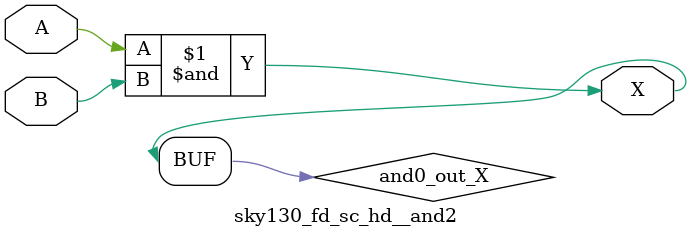
<source format=v>
/*
 * Copyright 2020 The SkyWater PDK Authors
 *
 * Licensed under the Apache License, Version 2.0 (the "License");
 * you may not use this file except in compliance with the License.
 * You may obtain a copy of the License at
 *
 *     https://www.apache.org/licenses/LICENSE-2.0
 *
 * Unless required by applicable law or agreed to in writing, software
 * distributed under the License is distributed on an "AS IS" BASIS,
 * WITHOUT WARRANTIES OR CONDITIONS OF ANY KIND, either express or implied.
 * See the License for the specific language governing permissions and
 * limitations under the License.
 *
 * SPDX-License-Identifier: Apache-2.0
*/


`ifndef SKY130_FD_SC_HD__AND2_FUNCTIONAL_V
`define SKY130_FD_SC_HD__AND2_FUNCTIONAL_V

/**
 * and2: 2-input AND.
 *
 * Verilog simulation functional model.
 */

`timescale 1ns / 1ps
`default_nettype none

`celldefine
module sky130_fd_sc_hd__and2 (
    X,
    A,
    B
);

    // Module ports
    output X;
    input  A;
    input  B;

    // Local signals
    wire and0_out_X;

    //  Name  Output      Other arguments
    and and0 (and0_out_X, A, B           );
    buf buf0 (X         , and0_out_X     );

endmodule
`endcelldefine

`default_nettype wire
`endif  // SKY130_FD_SC_HD__AND2_FUNCTIONAL_V
</source>
